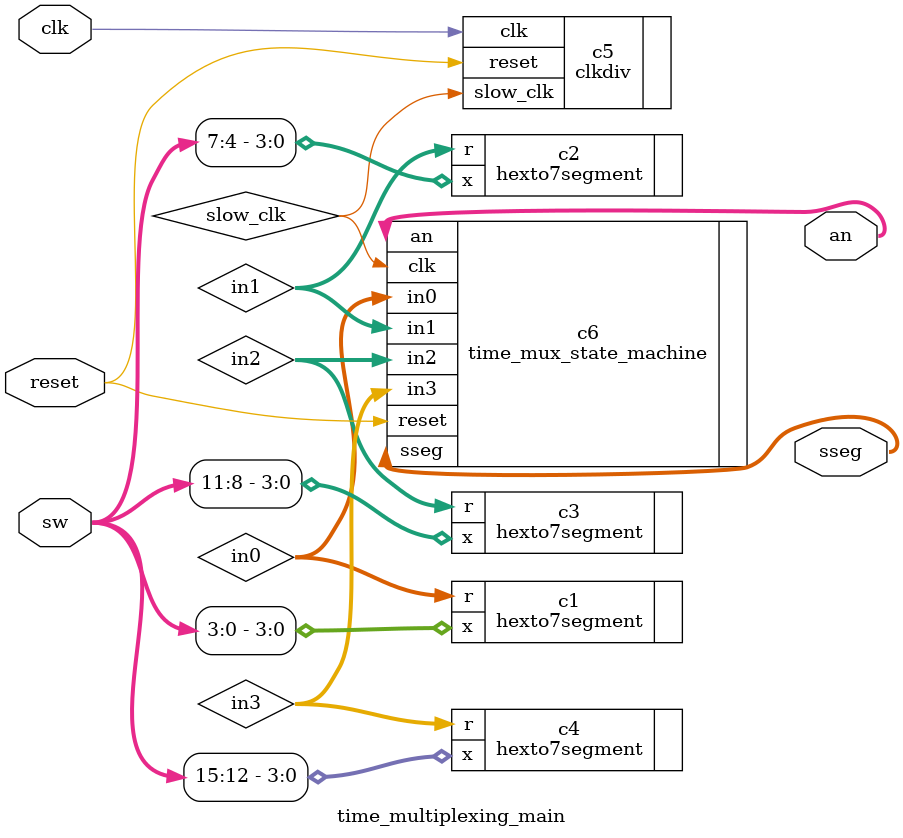
<source format=v>
`timescale 1ns / 1ps


module time_multiplexing_main(
    input clk,
    input reset,
    input [15:0] sw,
    output [3:0] an,
    output [6:0] sseg);
    
    wire [6:0] in0, in1, in2, in3 ;
    
    wire slow_clk;
    
    hexto7segment c1 (.x(sw[3:0]), .r(in0));
    hexto7segment c2 (.x(sw[7:4]), .r(in1));
    hexto7segment c3 (.x(sw[11:8]), .r(in2));
    hexto7segment c4 (.x(sw[15:12]), .r(in3));
    
    clkdiv c5 (.clk(clk), .reset(reset), .slow_clk(slow_clk));
    
    time_mux_state_machine c6(
        .clk (slow_clk),
        .reset (reset),
        .in0 (in0),
        .in1 (in1),
        .in2 (in2),
        .in3 (in3),
        .an (an),
        .sseg (sseg));    
    
endmodule

</source>
